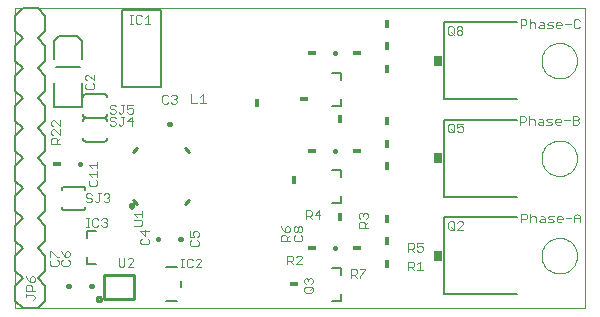
<source format=gto>
G75*
G70*
%OFA0B0*%
%FSLAX24Y24*%
%IPPOS*%
%LPD*%
%AMOC8*
5,1,8,0,0,1.08239X$1,22.5*
%
%ADD10C,0.0000*%
%ADD11C,0.0030*%
%ADD12C,0.0080*%
%ADD13R,0.0300X0.0340*%
%ADD14R,0.0156X0.0300*%
%ADD15R,0.0300X0.0156*%
%ADD16C,0.0100*%
%ADD17C,0.0098*%
%ADD18C,0.0050*%
%ADD19C,0.0150*%
D10*
X000140Y000600D02*
X000140Y010600D01*
X019140Y010600D01*
X019140Y000600D01*
X000140Y000600D01*
X017674Y002350D02*
X017676Y002398D01*
X017682Y002446D01*
X017692Y002493D01*
X017705Y002539D01*
X017723Y002584D01*
X017743Y002628D01*
X017768Y002670D01*
X017796Y002709D01*
X017826Y002746D01*
X017860Y002780D01*
X017897Y002812D01*
X017935Y002841D01*
X017976Y002866D01*
X018019Y002888D01*
X018064Y002906D01*
X018110Y002920D01*
X018157Y002931D01*
X018205Y002938D01*
X018253Y002941D01*
X018301Y002940D01*
X018349Y002935D01*
X018397Y002926D01*
X018443Y002914D01*
X018488Y002897D01*
X018532Y002877D01*
X018574Y002854D01*
X018614Y002827D01*
X018652Y002797D01*
X018687Y002764D01*
X018719Y002728D01*
X018749Y002690D01*
X018775Y002649D01*
X018797Y002606D01*
X018817Y002562D01*
X018832Y002517D01*
X018844Y002470D01*
X018852Y002422D01*
X018856Y002374D01*
X018856Y002326D01*
X018852Y002278D01*
X018844Y002230D01*
X018832Y002183D01*
X018817Y002138D01*
X018797Y002094D01*
X018775Y002051D01*
X018749Y002010D01*
X018719Y001972D01*
X018687Y001936D01*
X018652Y001903D01*
X018614Y001873D01*
X018574Y001846D01*
X018532Y001823D01*
X018488Y001803D01*
X018443Y001786D01*
X018397Y001774D01*
X018349Y001765D01*
X018301Y001760D01*
X018253Y001759D01*
X018205Y001762D01*
X018157Y001769D01*
X018110Y001780D01*
X018064Y001794D01*
X018019Y001812D01*
X017976Y001834D01*
X017935Y001859D01*
X017897Y001888D01*
X017860Y001920D01*
X017826Y001954D01*
X017796Y001991D01*
X017768Y002030D01*
X017743Y002072D01*
X017723Y002116D01*
X017705Y002161D01*
X017692Y002207D01*
X017682Y002254D01*
X017676Y002302D01*
X017674Y002350D01*
X017674Y005600D02*
X017676Y005648D01*
X017682Y005696D01*
X017692Y005743D01*
X017705Y005789D01*
X017723Y005834D01*
X017743Y005878D01*
X017768Y005920D01*
X017796Y005959D01*
X017826Y005996D01*
X017860Y006030D01*
X017897Y006062D01*
X017935Y006091D01*
X017976Y006116D01*
X018019Y006138D01*
X018064Y006156D01*
X018110Y006170D01*
X018157Y006181D01*
X018205Y006188D01*
X018253Y006191D01*
X018301Y006190D01*
X018349Y006185D01*
X018397Y006176D01*
X018443Y006164D01*
X018488Y006147D01*
X018532Y006127D01*
X018574Y006104D01*
X018614Y006077D01*
X018652Y006047D01*
X018687Y006014D01*
X018719Y005978D01*
X018749Y005940D01*
X018775Y005899D01*
X018797Y005856D01*
X018817Y005812D01*
X018832Y005767D01*
X018844Y005720D01*
X018852Y005672D01*
X018856Y005624D01*
X018856Y005576D01*
X018852Y005528D01*
X018844Y005480D01*
X018832Y005433D01*
X018817Y005388D01*
X018797Y005344D01*
X018775Y005301D01*
X018749Y005260D01*
X018719Y005222D01*
X018687Y005186D01*
X018652Y005153D01*
X018614Y005123D01*
X018574Y005096D01*
X018532Y005073D01*
X018488Y005053D01*
X018443Y005036D01*
X018397Y005024D01*
X018349Y005015D01*
X018301Y005010D01*
X018253Y005009D01*
X018205Y005012D01*
X018157Y005019D01*
X018110Y005030D01*
X018064Y005044D01*
X018019Y005062D01*
X017976Y005084D01*
X017935Y005109D01*
X017897Y005138D01*
X017860Y005170D01*
X017826Y005204D01*
X017796Y005241D01*
X017768Y005280D01*
X017743Y005322D01*
X017723Y005366D01*
X017705Y005411D01*
X017692Y005457D01*
X017682Y005504D01*
X017676Y005552D01*
X017674Y005600D01*
X017674Y008850D02*
X017676Y008898D01*
X017682Y008946D01*
X017692Y008993D01*
X017705Y009039D01*
X017723Y009084D01*
X017743Y009128D01*
X017768Y009170D01*
X017796Y009209D01*
X017826Y009246D01*
X017860Y009280D01*
X017897Y009312D01*
X017935Y009341D01*
X017976Y009366D01*
X018019Y009388D01*
X018064Y009406D01*
X018110Y009420D01*
X018157Y009431D01*
X018205Y009438D01*
X018253Y009441D01*
X018301Y009440D01*
X018349Y009435D01*
X018397Y009426D01*
X018443Y009414D01*
X018488Y009397D01*
X018532Y009377D01*
X018574Y009354D01*
X018614Y009327D01*
X018652Y009297D01*
X018687Y009264D01*
X018719Y009228D01*
X018749Y009190D01*
X018775Y009149D01*
X018797Y009106D01*
X018817Y009062D01*
X018832Y009017D01*
X018844Y008970D01*
X018852Y008922D01*
X018856Y008874D01*
X018856Y008826D01*
X018852Y008778D01*
X018844Y008730D01*
X018832Y008683D01*
X018817Y008638D01*
X018797Y008594D01*
X018775Y008551D01*
X018749Y008510D01*
X018719Y008472D01*
X018687Y008436D01*
X018652Y008403D01*
X018614Y008373D01*
X018574Y008346D01*
X018532Y008323D01*
X018488Y008303D01*
X018443Y008286D01*
X018397Y008274D01*
X018349Y008265D01*
X018301Y008260D01*
X018253Y008259D01*
X018205Y008262D01*
X018157Y008269D01*
X018110Y008280D01*
X018064Y008294D01*
X018019Y008312D01*
X017976Y008334D01*
X017935Y008359D01*
X017897Y008388D01*
X017860Y008420D01*
X017826Y008454D01*
X017796Y008491D01*
X017768Y008530D01*
X017743Y008572D01*
X017723Y008616D01*
X017705Y008661D01*
X017692Y008707D01*
X017682Y008754D01*
X017676Y008802D01*
X017674Y008850D01*
D11*
X017618Y009940D02*
X017569Y009988D01*
X017618Y010037D01*
X017763Y010037D01*
X017763Y010085D02*
X017763Y009940D01*
X017618Y009940D01*
X017468Y009940D02*
X017468Y010085D01*
X017420Y010133D01*
X017323Y010133D01*
X017275Y010085D01*
X017173Y010085D02*
X017173Y010182D01*
X017125Y010230D01*
X016980Y010230D01*
X016980Y009940D01*
X016980Y010037D02*
X017125Y010037D01*
X017173Y010085D01*
X017275Y010230D02*
X017275Y009940D01*
X017618Y010133D02*
X017714Y010133D01*
X017763Y010085D01*
X017864Y010085D02*
X017912Y010133D01*
X018057Y010133D01*
X018009Y010037D02*
X017912Y010037D01*
X017864Y010085D01*
X017864Y009940D02*
X018009Y009940D01*
X018057Y009988D01*
X018009Y010037D01*
X018159Y010037D02*
X018352Y010037D01*
X018352Y010085D01*
X018304Y010133D01*
X018207Y010133D01*
X018159Y010085D01*
X018159Y009988D01*
X018207Y009940D01*
X018304Y009940D01*
X018453Y010085D02*
X018647Y010085D01*
X018748Y009988D02*
X018796Y009940D01*
X018893Y009940D01*
X018941Y009988D01*
X018748Y009988D02*
X018748Y010182D01*
X018796Y010230D01*
X018893Y010230D01*
X018941Y010182D01*
X015036Y009957D02*
X015036Y009908D01*
X014987Y009860D01*
X014891Y009860D01*
X014842Y009908D01*
X014842Y009957D01*
X014891Y010005D01*
X014987Y010005D01*
X015036Y009957D01*
X014987Y009860D02*
X015036Y009812D01*
X015036Y009763D01*
X014987Y009715D01*
X014891Y009715D01*
X014842Y009763D01*
X014842Y009812D01*
X014891Y009860D01*
X014741Y009763D02*
X014693Y009715D01*
X014596Y009715D01*
X014548Y009763D01*
X014548Y009957D01*
X014596Y010005D01*
X014693Y010005D01*
X014741Y009957D01*
X014741Y009763D01*
X014741Y009715D02*
X014644Y009812D01*
X016955Y007005D02*
X017100Y007005D01*
X017148Y006957D01*
X017148Y006860D01*
X017100Y006812D01*
X016955Y006812D01*
X016955Y006715D02*
X016955Y007005D01*
X017250Y007005D02*
X017250Y006715D01*
X017443Y006715D02*
X017443Y006860D01*
X017395Y006908D01*
X017298Y006908D01*
X017250Y006860D01*
X017544Y006763D02*
X017593Y006812D01*
X017738Y006812D01*
X017738Y006860D02*
X017738Y006715D01*
X017593Y006715D01*
X017544Y006763D01*
X017593Y006908D02*
X017689Y006908D01*
X017738Y006860D01*
X017839Y006860D02*
X017887Y006812D01*
X017984Y006812D01*
X018032Y006763D01*
X017984Y006715D01*
X017839Y006715D01*
X018134Y006763D02*
X018134Y006860D01*
X018182Y006908D01*
X018279Y006908D01*
X018327Y006860D01*
X018327Y006812D01*
X018134Y006812D01*
X018134Y006763D02*
X018182Y006715D01*
X018279Y006715D01*
X018428Y006860D02*
X018622Y006860D01*
X018723Y006860D02*
X018868Y006860D01*
X018916Y006812D01*
X018916Y006763D01*
X018868Y006715D01*
X018723Y006715D01*
X018723Y007005D01*
X018868Y007005D01*
X018916Y006957D01*
X018916Y006908D01*
X018868Y006860D01*
X018032Y006908D02*
X017887Y006908D01*
X017839Y006860D01*
X015061Y006755D02*
X014867Y006755D01*
X014867Y006610D01*
X014964Y006658D01*
X015012Y006658D01*
X015061Y006610D01*
X015061Y006513D01*
X015012Y006465D01*
X014916Y006465D01*
X014867Y006513D01*
X014766Y006513D02*
X014718Y006465D01*
X014621Y006465D01*
X014573Y006513D01*
X014573Y006707D01*
X014621Y006755D01*
X014718Y006755D01*
X014766Y006707D01*
X014766Y006513D01*
X014766Y006465D02*
X014669Y006562D01*
X010255Y003860D02*
X010110Y003715D01*
X010304Y003715D01*
X010255Y003570D02*
X010255Y003860D01*
X010009Y003812D02*
X010009Y003715D01*
X009961Y003667D01*
X009816Y003667D01*
X009912Y003667D02*
X010009Y003570D01*
X009816Y003570D02*
X009816Y003860D01*
X009961Y003860D01*
X010009Y003812D01*
X009652Y003328D02*
X009700Y003280D01*
X009700Y003183D01*
X009652Y003135D01*
X009603Y003135D01*
X009555Y003183D01*
X009555Y003280D01*
X009603Y003328D01*
X009652Y003328D01*
X009555Y003280D02*
X009507Y003328D01*
X009458Y003328D01*
X009410Y003280D01*
X009410Y003183D01*
X009458Y003135D01*
X009507Y003135D01*
X009555Y003183D01*
X009652Y003033D02*
X009700Y002985D01*
X009700Y002888D01*
X009652Y002840D01*
X009458Y002840D01*
X009410Y002888D01*
X009410Y002985D01*
X009458Y003033D01*
X009275Y003033D02*
X009178Y002937D01*
X009178Y002985D02*
X009178Y002840D01*
X009275Y002840D02*
X008985Y002840D01*
X008985Y002985D01*
X009033Y003033D01*
X009130Y003033D01*
X009178Y002985D01*
X009130Y003135D02*
X009130Y003280D01*
X009178Y003328D01*
X009227Y003328D01*
X009275Y003280D01*
X009275Y003183D01*
X009227Y003135D01*
X009130Y003135D01*
X009033Y003231D01*
X008985Y003328D01*
X009205Y002355D02*
X009350Y002355D01*
X009398Y002307D01*
X009398Y002210D01*
X009350Y002162D01*
X009205Y002162D01*
X009302Y002162D02*
X009398Y002065D01*
X009500Y002065D02*
X009693Y002258D01*
X009693Y002307D01*
X009645Y002355D01*
X009548Y002355D01*
X009500Y002307D01*
X009205Y002355D02*
X009205Y002065D01*
X009500Y002065D02*
X009693Y002065D01*
X009808Y001603D02*
X009857Y001603D01*
X009905Y001555D01*
X009953Y001603D01*
X010002Y001603D01*
X010050Y001555D01*
X010050Y001458D01*
X010002Y001410D01*
X010002Y001308D02*
X010050Y001260D01*
X010050Y001163D01*
X010002Y001115D01*
X009808Y001115D01*
X009760Y001163D01*
X009760Y001260D01*
X009808Y001308D01*
X010002Y001308D01*
X010050Y001308D02*
X009953Y001212D01*
X009808Y001410D02*
X009760Y001458D01*
X009760Y001555D01*
X009808Y001603D01*
X009905Y001555D02*
X009905Y001506D01*
X011316Y001620D02*
X011316Y001910D01*
X011461Y001910D01*
X011509Y001862D01*
X011509Y001765D01*
X011461Y001717D01*
X011316Y001717D01*
X011412Y001717D02*
X011509Y001620D01*
X011610Y001620D02*
X011610Y001668D01*
X011804Y001862D01*
X011804Y001910D01*
X011610Y001910D01*
X013230Y001865D02*
X013230Y002155D01*
X013375Y002155D01*
X013423Y002107D01*
X013423Y002010D01*
X013375Y001962D01*
X013230Y001962D01*
X013327Y001962D02*
X013423Y001865D01*
X013525Y001865D02*
X013718Y001865D01*
X013621Y001865D02*
X013621Y002155D01*
X013525Y002058D01*
X013573Y002490D02*
X013525Y002538D01*
X013573Y002490D02*
X013670Y002490D01*
X013718Y002538D01*
X013718Y002635D01*
X013670Y002683D01*
X013621Y002683D01*
X013525Y002635D01*
X013525Y002780D01*
X013718Y002780D01*
X013423Y002732D02*
X013423Y002635D01*
X013375Y002587D01*
X013230Y002587D01*
X013327Y002587D02*
X013423Y002490D01*
X013230Y002490D02*
X013230Y002780D01*
X013375Y002780D01*
X013423Y002732D01*
X014573Y003263D02*
X014573Y003457D01*
X014621Y003505D01*
X014718Y003505D01*
X014766Y003457D01*
X014766Y003263D01*
X014718Y003215D01*
X014621Y003215D01*
X014573Y003263D01*
X014669Y003312D02*
X014766Y003215D01*
X014867Y003215D02*
X015061Y003408D01*
X015061Y003457D01*
X015012Y003505D01*
X014916Y003505D01*
X014867Y003457D01*
X014867Y003215D02*
X015061Y003215D01*
X017005Y003465D02*
X017005Y003755D01*
X017150Y003755D01*
X017198Y003707D01*
X017198Y003610D01*
X017150Y003562D01*
X017005Y003562D01*
X017300Y003610D02*
X017348Y003658D01*
X017445Y003658D01*
X017493Y003610D01*
X017493Y003465D01*
X017594Y003513D02*
X017643Y003562D01*
X017788Y003562D01*
X017788Y003610D02*
X017788Y003465D01*
X017643Y003465D01*
X017594Y003513D01*
X017643Y003658D02*
X017739Y003658D01*
X017788Y003610D01*
X017889Y003610D02*
X017937Y003562D01*
X018034Y003562D01*
X018082Y003513D01*
X018034Y003465D01*
X017889Y003465D01*
X018184Y003513D02*
X018184Y003610D01*
X018232Y003658D01*
X018329Y003658D01*
X018377Y003610D01*
X018377Y003562D01*
X018184Y003562D01*
X018184Y003513D02*
X018232Y003465D01*
X018329Y003465D01*
X018478Y003610D02*
X018672Y003610D01*
X018773Y003610D02*
X018966Y003610D01*
X018966Y003658D02*
X018966Y003465D01*
X018773Y003465D02*
X018773Y003658D01*
X018870Y003755D01*
X018966Y003658D01*
X018082Y003658D02*
X017937Y003658D01*
X017889Y003610D01*
X017300Y003755D02*
X017300Y003465D01*
X011875Y003483D02*
X011778Y003387D01*
X011778Y003435D02*
X011778Y003290D01*
X011875Y003290D02*
X011585Y003290D01*
X011585Y003435D01*
X011633Y003483D01*
X011730Y003483D01*
X011778Y003435D01*
X011827Y003585D02*
X011875Y003633D01*
X011875Y003730D01*
X011827Y003778D01*
X011778Y003778D01*
X011730Y003730D01*
X011730Y003681D01*
X011730Y003730D02*
X011682Y003778D01*
X011633Y003778D01*
X011585Y003730D01*
X011585Y003633D01*
X011633Y003585D01*
X006340Y002207D02*
X006340Y002158D01*
X006146Y001965D01*
X006340Y001965D01*
X006340Y002207D02*
X006291Y002255D01*
X006194Y002255D01*
X006146Y002207D01*
X006045Y002207D02*
X005997Y002255D01*
X005900Y002255D01*
X005851Y002207D01*
X005851Y002013D01*
X005900Y001965D01*
X005997Y001965D01*
X006045Y002013D01*
X005752Y001965D02*
X005655Y001965D01*
X005703Y001965D02*
X005703Y002255D01*
X005655Y002255D02*
X005752Y002255D01*
X006003Y002676D02*
X006197Y002676D01*
X006245Y002724D01*
X006245Y002821D01*
X006197Y002869D01*
X006197Y002970D02*
X006245Y003019D01*
X006245Y003115D01*
X006197Y003164D01*
X006100Y003164D01*
X006052Y003115D01*
X006052Y003067D01*
X006100Y002970D01*
X005955Y002970D01*
X005955Y003164D01*
X006003Y002869D02*
X005955Y002821D01*
X005955Y002724D01*
X006003Y002676D01*
X004597Y002774D02*
X004597Y002871D01*
X004548Y002919D01*
X004451Y003020D02*
X004451Y003214D01*
X004306Y003165D02*
X004451Y003020D01*
X004355Y002919D02*
X004306Y002871D01*
X004306Y002774D01*
X004355Y002726D01*
X004548Y002726D01*
X004597Y002774D01*
X004597Y003165D02*
X004306Y003165D01*
X004322Y003351D02*
X004080Y003351D01*
X004322Y003351D02*
X004370Y003399D01*
X004370Y003496D01*
X004322Y003544D01*
X004080Y003544D01*
X004177Y003645D02*
X004080Y003742D01*
X004370Y003742D01*
X004370Y003645D02*
X004370Y003839D01*
X003271Y004184D02*
X003222Y004136D01*
X003126Y004136D01*
X003077Y004184D01*
X003174Y004281D02*
X003222Y004281D01*
X003271Y004232D01*
X003271Y004184D01*
X003222Y004281D02*
X003271Y004329D01*
X003271Y004378D01*
X003222Y004426D01*
X003126Y004426D01*
X003077Y004378D01*
X002976Y004426D02*
X002879Y004426D01*
X002928Y004426D02*
X002928Y004184D01*
X002879Y004136D01*
X002831Y004136D01*
X002783Y004184D01*
X002681Y004184D02*
X002633Y004136D01*
X002536Y004136D01*
X002488Y004184D01*
X002536Y004281D02*
X002633Y004281D01*
X002681Y004232D01*
X002681Y004184D01*
X002536Y004281D02*
X002488Y004329D01*
X002488Y004378D01*
X002536Y004426D01*
X002633Y004426D01*
X002681Y004378D01*
X002628Y004691D02*
X002822Y004691D01*
X002870Y004739D01*
X002870Y004836D01*
X002822Y004885D01*
X002870Y004986D02*
X002870Y005179D01*
X002870Y005082D02*
X002580Y005082D01*
X002677Y004986D01*
X002628Y004885D02*
X002580Y004836D01*
X002580Y004739D01*
X002628Y004691D01*
X002677Y005280D02*
X002580Y005377D01*
X002870Y005377D01*
X002870Y005280D02*
X002870Y005474D01*
X001625Y006080D02*
X001335Y006080D01*
X001335Y006225D01*
X001383Y006273D01*
X001480Y006273D01*
X001528Y006225D01*
X001528Y006080D01*
X001528Y006177D02*
X001625Y006273D01*
X001625Y006375D02*
X001432Y006568D01*
X001383Y006568D01*
X001335Y006520D01*
X001335Y006423D01*
X001383Y006375D01*
X001625Y006375D02*
X001625Y006568D01*
X001625Y006669D02*
X001432Y006863D01*
X001383Y006863D01*
X001335Y006814D01*
X001335Y006718D01*
X001383Y006669D01*
X001625Y006669D02*
X001625Y006863D01*
X003281Y006883D02*
X003329Y006835D01*
X003426Y006835D01*
X003475Y006787D01*
X003475Y006738D01*
X003426Y006690D01*
X003329Y006690D01*
X003281Y006738D01*
X003281Y006883D02*
X003281Y006932D01*
X003329Y006980D01*
X003426Y006980D01*
X003475Y006932D01*
X003672Y006980D02*
X003769Y006980D01*
X003721Y006980D02*
X003721Y006738D01*
X003672Y006690D01*
X003624Y006690D01*
X003576Y006738D01*
X003870Y006835D02*
X004064Y006835D01*
X004015Y006690D02*
X004015Y006980D01*
X003870Y006835D01*
X003919Y007090D02*
X003870Y007138D01*
X003919Y007090D02*
X004015Y007090D01*
X004064Y007138D01*
X004064Y007235D01*
X004015Y007283D01*
X003967Y007283D01*
X003870Y007235D01*
X003870Y007380D01*
X004064Y007380D01*
X003769Y007380D02*
X003672Y007380D01*
X003721Y007380D02*
X003721Y007138D01*
X003672Y007090D01*
X003624Y007090D01*
X003576Y007138D01*
X003475Y007138D02*
X003475Y007187D01*
X003426Y007235D01*
X003329Y007235D01*
X003281Y007283D01*
X003281Y007332D01*
X003329Y007380D01*
X003426Y007380D01*
X003475Y007332D01*
X003475Y007138D02*
X003426Y007090D01*
X003329Y007090D01*
X003281Y007138D01*
X002715Y007901D02*
X002522Y007901D01*
X002473Y007949D01*
X002473Y008046D01*
X002522Y008094D01*
X002522Y008195D02*
X002473Y008244D01*
X002473Y008340D01*
X002522Y008389D01*
X002570Y008389D01*
X002764Y008195D01*
X002764Y008389D01*
X002715Y008094D02*
X002764Y008046D01*
X002764Y007949D01*
X002715Y007901D01*
X005030Y007662D02*
X005030Y007468D01*
X005078Y007420D01*
X005175Y007420D01*
X005223Y007468D01*
X005325Y007468D02*
X005373Y007420D01*
X005470Y007420D01*
X005518Y007468D01*
X005518Y007516D01*
X005470Y007565D01*
X005421Y007565D01*
X005470Y007565D02*
X005518Y007613D01*
X005518Y007662D01*
X005470Y007710D01*
X005373Y007710D01*
X005325Y007662D01*
X005223Y007662D02*
X005175Y007710D01*
X005078Y007710D01*
X005030Y007662D01*
X006005Y007730D02*
X006005Y007440D01*
X006198Y007440D01*
X006300Y007440D02*
X006493Y007440D01*
X006396Y007440D02*
X006396Y007730D01*
X006300Y007633D01*
X004640Y010090D02*
X004446Y010090D01*
X004543Y010090D02*
X004543Y010380D01*
X004446Y010283D01*
X004345Y010332D02*
X004297Y010380D01*
X004200Y010380D01*
X004151Y010332D01*
X004151Y010138D01*
X004200Y010090D01*
X004297Y010090D01*
X004345Y010138D01*
X004052Y010090D02*
X003955Y010090D01*
X004003Y010090D02*
X004003Y010380D01*
X003955Y010380D02*
X004052Y010380D01*
X003141Y003605D02*
X003190Y003557D01*
X003190Y003508D01*
X003141Y003460D01*
X003190Y003412D01*
X003190Y003363D01*
X003141Y003315D01*
X003044Y003315D01*
X002996Y003363D01*
X002895Y003363D02*
X002847Y003315D01*
X002750Y003315D01*
X002701Y003363D01*
X002701Y003557D01*
X002750Y003605D01*
X002847Y003605D01*
X002895Y003557D01*
X002996Y003557D02*
X003044Y003605D01*
X003141Y003605D01*
X003141Y003460D02*
X003093Y003460D01*
X002602Y003315D02*
X002505Y003315D01*
X002553Y003315D02*
X002553Y003605D01*
X002505Y003605D02*
X002602Y003605D01*
X001902Y002503D02*
X001853Y002503D01*
X001805Y002455D01*
X001805Y002310D01*
X001902Y002310D01*
X001950Y002358D01*
X001950Y002455D01*
X001902Y002503D01*
X001708Y002406D02*
X001805Y002310D01*
X001708Y002406D02*
X001660Y002503D01*
X001575Y002310D02*
X001527Y002310D01*
X001333Y002503D01*
X001285Y002503D01*
X001285Y002310D01*
X001333Y002208D02*
X001285Y002160D01*
X001285Y002063D01*
X001333Y002015D01*
X001527Y002015D01*
X001575Y002063D01*
X001575Y002160D01*
X001527Y002208D01*
X001660Y002160D02*
X001660Y002063D01*
X001708Y002015D01*
X001902Y002015D01*
X001950Y002063D01*
X001950Y002160D01*
X001902Y002208D01*
X001708Y002208D02*
X001660Y002160D01*
X000780Y001619D02*
X000732Y001668D01*
X000683Y001668D01*
X000635Y001619D01*
X000635Y001474D01*
X000732Y001474D01*
X000780Y001523D01*
X000780Y001619D01*
X000635Y001474D02*
X000538Y001571D01*
X000490Y001668D01*
X000538Y001373D02*
X000635Y001373D01*
X000683Y001325D01*
X000683Y001180D01*
X000780Y001180D02*
X000490Y001180D01*
X000490Y001325D01*
X000538Y001373D01*
X000490Y001078D02*
X000490Y000982D01*
X000490Y001030D02*
X000732Y001030D01*
X000780Y000982D01*
X000780Y000933D01*
X000732Y000885D01*
X003580Y002038D02*
X003628Y001990D01*
X003725Y001990D01*
X003773Y002038D01*
X003773Y002280D01*
X003875Y002232D02*
X003923Y002280D01*
X004020Y002280D01*
X004068Y002232D01*
X004068Y002183D01*
X003875Y001990D01*
X004068Y001990D01*
X003580Y002038D02*
X003580Y002280D01*
D12*
X002829Y002074D02*
X002514Y002074D01*
X002514Y002310D01*
X002514Y002940D02*
X002514Y003176D01*
X002829Y003176D01*
X002387Y003870D02*
X001757Y003870D01*
X001741Y003875D01*
X001725Y003883D01*
X001711Y003893D01*
X001699Y003905D01*
X001689Y003920D01*
X001682Y003936D01*
X001678Y003953D01*
X001677Y003970D01*
X001679Y003988D01*
X001140Y003850D02*
X001140Y004350D01*
X000890Y004600D01*
X001140Y004850D01*
X001140Y005350D01*
X000890Y005600D01*
X001140Y005850D01*
X001140Y006350D01*
X000890Y006600D01*
X001140Y006850D01*
X001140Y007350D01*
X000890Y007600D01*
X001140Y007850D01*
X001140Y008350D01*
X000890Y008600D01*
X001140Y008850D01*
X001140Y009350D01*
X000890Y009600D01*
X001140Y009850D01*
X001140Y010350D01*
X000890Y010600D01*
X000390Y010600D01*
X000140Y010350D01*
X000140Y009850D01*
X000390Y009600D01*
X000140Y009350D01*
X000140Y008850D01*
X000390Y008600D01*
X000140Y008350D01*
X000140Y007850D01*
X000390Y007600D01*
X000140Y007350D01*
X000140Y006850D01*
X000390Y006600D01*
X000140Y006350D01*
X000140Y005850D01*
X000390Y005600D01*
X000140Y005350D01*
X000140Y004850D01*
X000390Y004600D01*
X000140Y004350D01*
X000140Y003850D01*
X000390Y003600D01*
X000140Y003350D01*
X000140Y002850D01*
X000390Y002600D01*
X000140Y002350D01*
X000140Y001850D01*
X000390Y001600D01*
X000140Y001350D01*
X000140Y000850D01*
X000390Y000600D01*
X000890Y000600D01*
X001140Y000850D01*
X001140Y001350D01*
X000890Y001600D01*
X001140Y001850D01*
X001140Y002350D01*
X000890Y002600D01*
X001140Y002850D01*
X001140Y003350D01*
X000890Y003600D01*
X001140Y003850D01*
X001679Y004539D02*
X001677Y004557D01*
X001678Y004574D01*
X001682Y004591D01*
X001689Y004607D01*
X001699Y004622D01*
X001711Y004634D01*
X001725Y004644D01*
X001741Y004652D01*
X001757Y004657D01*
X002387Y004657D01*
X002388Y004657D02*
X002404Y004652D01*
X002420Y004644D01*
X002434Y004634D01*
X002446Y004622D01*
X002456Y004607D01*
X002463Y004591D01*
X002467Y004574D01*
X002468Y004557D01*
X002466Y004539D01*
X002466Y003988D02*
X002468Y003970D01*
X002467Y003953D01*
X002463Y003936D01*
X002456Y003920D01*
X002446Y003905D01*
X002434Y003893D01*
X002420Y003883D01*
X002404Y003875D01*
X002388Y003870D01*
X005171Y001960D02*
X005509Y001960D01*
X005659Y001506D02*
X005659Y001294D01*
X005509Y000840D02*
X005171Y000840D01*
X010676Y000849D02*
X010991Y000849D01*
X010991Y001085D01*
X010991Y001715D02*
X010991Y001951D01*
X010676Y001951D01*
X014422Y001060D02*
X014422Y003640D01*
X016861Y003640D01*
X016861Y004310D02*
X014422Y004310D01*
X014422Y006890D01*
X016861Y006890D01*
X016861Y007560D02*
X014422Y007560D01*
X014422Y010140D01*
X016861Y010140D01*
X010991Y008451D02*
X010991Y008215D01*
X010991Y008451D02*
X010676Y008451D01*
X010991Y007585D02*
X010991Y007349D01*
X010676Y007349D01*
X010676Y005201D02*
X010991Y005201D01*
X010991Y004965D01*
X010991Y004335D02*
X010991Y004099D01*
X010676Y004099D01*
X014422Y001060D02*
X016861Y001060D01*
X004990Y007960D02*
X003690Y007960D01*
X003690Y010540D01*
X004990Y010540D01*
X004990Y007960D01*
X003105Y007744D02*
X002475Y007744D01*
X002475Y007743D02*
X002459Y007738D01*
X002443Y007730D01*
X002429Y007720D01*
X002417Y007708D01*
X002407Y007693D01*
X002400Y007677D01*
X002396Y007660D01*
X002395Y007643D01*
X002397Y007625D01*
X002362Y007319D02*
X001418Y007319D01*
X001418Y008106D01*
X002362Y008106D02*
X002362Y007319D01*
X002397Y007075D02*
X002395Y007057D01*
X002396Y007040D01*
X002400Y007023D01*
X002407Y007007D01*
X002417Y006992D01*
X002429Y006980D01*
X002443Y006970D01*
X002459Y006962D01*
X002475Y006957D01*
X002475Y006956D02*
X003105Y006956D01*
X003105Y006944D02*
X002475Y006944D01*
X002475Y006943D02*
X002459Y006938D01*
X002443Y006930D01*
X002429Y006920D01*
X002417Y006908D01*
X002407Y006893D01*
X002400Y006877D01*
X002396Y006860D01*
X002395Y006843D01*
X002397Y006825D01*
X003105Y006943D02*
X003121Y006938D01*
X003137Y006930D01*
X003151Y006920D01*
X003163Y006908D01*
X003173Y006893D01*
X003180Y006877D01*
X003184Y006860D01*
X003185Y006843D01*
X003183Y006825D01*
X003105Y006957D02*
X003121Y006962D01*
X003137Y006970D01*
X003151Y006980D01*
X003163Y006992D01*
X003173Y007007D01*
X003180Y007023D01*
X003184Y007040D01*
X003185Y007057D01*
X003183Y007075D01*
X003183Y007625D02*
X003185Y007643D01*
X003184Y007660D01*
X003180Y007677D01*
X003173Y007693D01*
X003163Y007708D01*
X003151Y007720D01*
X003137Y007730D01*
X003121Y007738D01*
X003105Y007743D01*
X002362Y008894D02*
X002362Y009524D01*
X002205Y009681D01*
X001575Y009681D01*
X001418Y009524D01*
X001418Y008894D01*
X002397Y006275D02*
X002395Y006257D01*
X002396Y006240D01*
X002400Y006223D01*
X002407Y006207D01*
X002417Y006192D01*
X002429Y006180D01*
X002443Y006170D01*
X002459Y006162D01*
X002475Y006157D01*
X002475Y006156D02*
X003105Y006156D01*
X003105Y006157D02*
X003121Y006162D01*
X003137Y006170D01*
X003151Y006180D01*
X003163Y006192D01*
X003173Y006207D01*
X003180Y006223D01*
X003184Y006240D01*
X003185Y006257D01*
X003183Y006275D01*
D13*
X014232Y005600D03*
X014232Y002350D03*
X014232Y008850D03*
D14*
X012515Y008575D03*
X012515Y009325D03*
X012515Y010075D03*
X008190Y007450D03*
X010965Y006900D03*
X012515Y006825D03*
X012515Y006075D03*
X012515Y005325D03*
X010965Y003650D03*
X012515Y003575D03*
X012515Y002825D03*
X012515Y002075D03*
X009440Y004875D03*
D15*
X010040Y005850D03*
X011540Y005850D03*
X009765Y007575D03*
X010040Y009100D03*
X011540Y009100D03*
X001540Y005410D03*
X009440Y001400D03*
X010040Y002600D03*
X011540Y002600D03*
D16*
X005915Y004193D02*
X005797Y004075D01*
X004183Y004075D02*
X004065Y004193D01*
X003946Y004015D02*
X003948Y004030D01*
X003953Y004043D01*
X003962Y004055D01*
X003973Y004065D01*
X003987Y004071D01*
X004001Y004074D01*
X004016Y004073D01*
X004030Y004068D01*
X004043Y004060D01*
X004053Y004050D01*
X004060Y004037D01*
X004064Y004022D01*
X004064Y004008D01*
X004060Y003993D01*
X004053Y003980D01*
X004043Y003970D01*
X004030Y003962D01*
X004016Y003957D01*
X004001Y003956D01*
X003987Y003959D01*
X003973Y003965D01*
X003962Y003975D01*
X003953Y003987D01*
X003948Y004000D01*
X003946Y004015D01*
X004065Y005807D02*
X004183Y005925D01*
X005797Y005925D02*
X005915Y005807D01*
D17*
X004082Y001694D02*
X003098Y001694D01*
X003098Y000906D01*
X004082Y000906D01*
X004082Y001694D01*
X002842Y000906D02*
X002844Y000924D01*
X002850Y000940D01*
X002859Y000955D01*
X002872Y000968D01*
X002887Y000977D01*
X002903Y000983D01*
X002921Y000985D01*
X002939Y000983D01*
X002955Y000977D01*
X002970Y000968D01*
X002983Y000955D01*
X002992Y000940D01*
X002998Y000924D01*
X003000Y000906D01*
X002998Y000888D01*
X002992Y000872D01*
X002983Y000857D01*
X002970Y000844D01*
X002955Y000835D01*
X002939Y000829D01*
X002921Y000827D01*
X002903Y000829D01*
X002887Y000835D01*
X002872Y000844D01*
X002859Y000857D01*
X002850Y000872D01*
X002844Y000888D01*
X002842Y000906D01*
D18*
X002290Y008650D02*
X001490Y008650D01*
D19*
X005273Y006750D02*
X005297Y006750D01*
X002302Y005410D02*
X002278Y005410D01*
X004880Y002900D02*
X004904Y002900D01*
X005628Y002900D02*
X005652Y002900D01*
X002677Y001350D02*
X002653Y001350D01*
X001927Y001350D02*
X001903Y001350D01*
X010778Y002600D02*
X010802Y002600D01*
X010802Y005850D02*
X010778Y005850D01*
X010802Y009100D02*
X010778Y009100D01*
M02*

</source>
